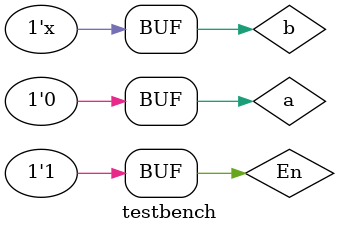
<source format=v>
module testbench;
    reg a;
	reg En = 1'b1;
	wire b = 1'bx;

    initial begin
        // $dumpfile("testbench.vcd");
        // $dumpvars(0, testbench);

        #5 a = 0;
        repeat (10000) begin
            #5 a = ~a;
        end

        $display("OKAY");
    end

    top uut (
	.A(a),
	.En(En),
	.Y(b)
	);

	assert_comb b_test(.A(a),.B(b));

endmodule

</source>
